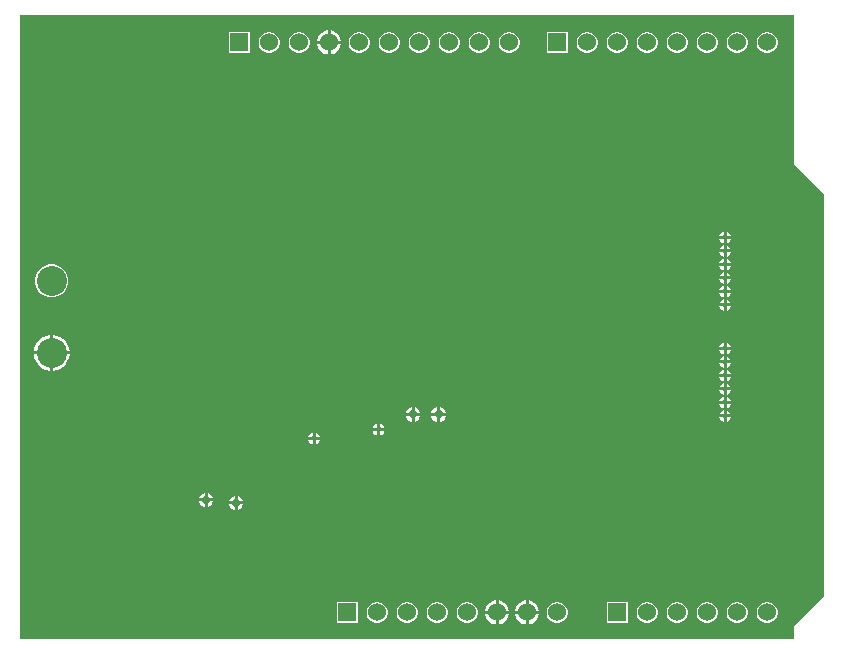
<source format=gbl>
G04*
G04 #@! TF.GenerationSoftware,Altium Limited,Altium Designer,22.10.1 (41)*
G04*
G04 Layer_Physical_Order=2*
G04 Layer_Color=16711680*
%FSLAX44Y44*%
%MOMM*%
G71*
G04*
G04 #@! TF.SameCoordinates,1ED68049-6446-41C4-8790-5122A1232E00*
G04*
G04*
G04 #@! TF.FilePolarity,Positive*
G04*
G01*
G75*
%ADD21C,1.5240*%
%ADD22R,1.5240X1.5240*%
%ADD23C,2.5400*%
%ADD24C,0.5080*%
%ADD25C,0.7112*%
G36*
X657810Y406400D02*
X658008Y405409D01*
X658569Y404569D01*
X683210Y379927D01*
Y39173D01*
X658569Y14531D01*
X658008Y13691D01*
X657810Y12700D01*
Y2590D01*
X2590D01*
Y530860D01*
X657810D01*
Y406400D01*
D02*
G37*
%LPC*%
G36*
X265498Y518160D02*
X265430D01*
Y509270D01*
X274320D01*
Y509338D01*
X273628Y511922D01*
X272290Y514238D01*
X270398Y516130D01*
X268082Y517468D01*
X265498Y518160D01*
D02*
G37*
G36*
X262890D02*
X262822D01*
X260238Y517468D01*
X257922Y516130D01*
X256030Y514238D01*
X254692Y511922D01*
X254000Y509338D01*
Y509270D01*
X262890D01*
Y518160D01*
D02*
G37*
G36*
X636170Y516890D02*
X633830D01*
X631569Y516284D01*
X629541Y515114D01*
X627886Y513459D01*
X626716Y511431D01*
X626110Y509170D01*
Y506830D01*
X626716Y504569D01*
X627886Y502541D01*
X629541Y500886D01*
X631569Y499716D01*
X633830Y499110D01*
X636170D01*
X638431Y499716D01*
X640459Y500886D01*
X642114Y502541D01*
X643284Y504569D01*
X643890Y506830D01*
Y509170D01*
X643284Y511431D01*
X642114Y513459D01*
X640459Y515114D01*
X638431Y516284D01*
X636170Y516890D01*
D02*
G37*
G36*
X610770D02*
X608430D01*
X606169Y516284D01*
X604141Y515114D01*
X602486Y513459D01*
X601316Y511431D01*
X600710Y509170D01*
Y506830D01*
X601316Y504569D01*
X602486Y502541D01*
X604141Y500886D01*
X606169Y499716D01*
X608430Y499110D01*
X610770D01*
X613031Y499716D01*
X615059Y500886D01*
X616714Y502541D01*
X617884Y504569D01*
X618490Y506830D01*
Y509170D01*
X617884Y511431D01*
X616714Y513459D01*
X615059Y515114D01*
X613031Y516284D01*
X610770Y516890D01*
D02*
G37*
G36*
X585370D02*
X583030D01*
X580769Y516284D01*
X578741Y515114D01*
X577086Y513459D01*
X575916Y511431D01*
X575310Y509170D01*
Y506830D01*
X575916Y504569D01*
X577086Y502541D01*
X578741Y500886D01*
X580769Y499716D01*
X583030Y499110D01*
X585370D01*
X587631Y499716D01*
X589659Y500886D01*
X591314Y502541D01*
X592484Y504569D01*
X593090Y506830D01*
Y509170D01*
X592484Y511431D01*
X591314Y513459D01*
X589659Y515114D01*
X587631Y516284D01*
X585370Y516890D01*
D02*
G37*
G36*
X559970D02*
X557630D01*
X555369Y516284D01*
X553341Y515114D01*
X551686Y513459D01*
X550516Y511431D01*
X549910Y509170D01*
Y506830D01*
X550516Y504569D01*
X551686Y502541D01*
X553341Y500886D01*
X555369Y499716D01*
X557630Y499110D01*
X559970D01*
X562231Y499716D01*
X564259Y500886D01*
X565914Y502541D01*
X567084Y504569D01*
X567690Y506830D01*
Y509170D01*
X567084Y511431D01*
X565914Y513459D01*
X564259Y515114D01*
X562231Y516284D01*
X559970Y516890D01*
D02*
G37*
G36*
X534570D02*
X532230D01*
X529969Y516284D01*
X527941Y515114D01*
X526286Y513459D01*
X525116Y511431D01*
X524510Y509170D01*
Y506830D01*
X525116Y504569D01*
X526286Y502541D01*
X527941Y500886D01*
X529969Y499716D01*
X532230Y499110D01*
X534570D01*
X536831Y499716D01*
X538859Y500886D01*
X540514Y502541D01*
X541684Y504569D01*
X542290Y506830D01*
Y509170D01*
X541684Y511431D01*
X540514Y513459D01*
X538859Y515114D01*
X536831Y516284D01*
X534570Y516890D01*
D02*
G37*
G36*
X509170D02*
X506830D01*
X504569Y516284D01*
X502541Y515114D01*
X500886Y513459D01*
X499716Y511431D01*
X499110Y509170D01*
Y506830D01*
X499716Y504569D01*
X500886Y502541D01*
X502541Y500886D01*
X504569Y499716D01*
X506830Y499110D01*
X509170D01*
X511431Y499716D01*
X513459Y500886D01*
X515114Y502541D01*
X516284Y504569D01*
X516890Y506830D01*
Y509170D01*
X516284Y511431D01*
X515114Y513459D01*
X513459Y515114D01*
X511431Y516284D01*
X509170Y516890D01*
D02*
G37*
G36*
X483770D02*
X481430D01*
X479169Y516284D01*
X477141Y515114D01*
X475486Y513459D01*
X474316Y511431D01*
X473710Y509170D01*
Y506830D01*
X474316Y504569D01*
X475486Y502541D01*
X477141Y500886D01*
X479169Y499716D01*
X481430Y499110D01*
X483770D01*
X486031Y499716D01*
X488059Y500886D01*
X489714Y502541D01*
X490884Y504569D01*
X491490Y506830D01*
Y509170D01*
X490884Y511431D01*
X489714Y513459D01*
X488059Y515114D01*
X486031Y516284D01*
X483770Y516890D01*
D02*
G37*
G36*
X466090D02*
X448310D01*
Y499110D01*
X466090D01*
Y516890D01*
D02*
G37*
G36*
X417730D02*
X415390D01*
X413129Y516284D01*
X411101Y515114D01*
X409446Y513459D01*
X408276Y511431D01*
X407670Y509170D01*
Y506830D01*
X408276Y504569D01*
X409446Y502541D01*
X411101Y500886D01*
X413129Y499716D01*
X415390Y499110D01*
X417730D01*
X419991Y499716D01*
X422019Y500886D01*
X423674Y502541D01*
X424844Y504569D01*
X425450Y506830D01*
Y509170D01*
X424844Y511431D01*
X423674Y513459D01*
X422019Y515114D01*
X419991Y516284D01*
X417730Y516890D01*
D02*
G37*
G36*
X392330D02*
X389990D01*
X387729Y516284D01*
X385701Y515114D01*
X384046Y513459D01*
X382876Y511431D01*
X382270Y509170D01*
Y506830D01*
X382876Y504569D01*
X384046Y502541D01*
X385701Y500886D01*
X387729Y499716D01*
X389990Y499110D01*
X392330D01*
X394591Y499716D01*
X396619Y500886D01*
X398274Y502541D01*
X399444Y504569D01*
X400050Y506830D01*
Y509170D01*
X399444Y511431D01*
X398274Y513459D01*
X396619Y515114D01*
X394591Y516284D01*
X392330Y516890D01*
D02*
G37*
G36*
X366930D02*
X364590D01*
X362329Y516284D01*
X360301Y515114D01*
X358646Y513459D01*
X357476Y511431D01*
X356870Y509170D01*
Y506830D01*
X357476Y504569D01*
X358646Y502541D01*
X360301Y500886D01*
X362329Y499716D01*
X364590Y499110D01*
X366930D01*
X369191Y499716D01*
X371219Y500886D01*
X372874Y502541D01*
X374044Y504569D01*
X374650Y506830D01*
Y509170D01*
X374044Y511431D01*
X372874Y513459D01*
X371219Y515114D01*
X369191Y516284D01*
X366930Y516890D01*
D02*
G37*
G36*
X341530D02*
X339190D01*
X336929Y516284D01*
X334901Y515114D01*
X333246Y513459D01*
X332076Y511431D01*
X331470Y509170D01*
Y506830D01*
X332076Y504569D01*
X333246Y502541D01*
X334901Y500886D01*
X336929Y499716D01*
X339190Y499110D01*
X341530D01*
X343791Y499716D01*
X345819Y500886D01*
X347474Y502541D01*
X348644Y504569D01*
X349250Y506830D01*
Y509170D01*
X348644Y511431D01*
X347474Y513459D01*
X345819Y515114D01*
X343791Y516284D01*
X341530Y516890D01*
D02*
G37*
G36*
X316130D02*
X313790D01*
X311529Y516284D01*
X309501Y515114D01*
X307846Y513459D01*
X306676Y511431D01*
X306070Y509170D01*
Y506830D01*
X306676Y504569D01*
X307846Y502541D01*
X309501Y500886D01*
X311529Y499716D01*
X313790Y499110D01*
X316130D01*
X318391Y499716D01*
X320419Y500886D01*
X322074Y502541D01*
X323244Y504569D01*
X323850Y506830D01*
Y509170D01*
X323244Y511431D01*
X322074Y513459D01*
X320419Y515114D01*
X318391Y516284D01*
X316130Y516890D01*
D02*
G37*
G36*
X290730D02*
X288390D01*
X286129Y516284D01*
X284101Y515114D01*
X282446Y513459D01*
X281276Y511431D01*
X280670Y509170D01*
Y506830D01*
X281276Y504569D01*
X282446Y502541D01*
X284101Y500886D01*
X286129Y499716D01*
X288390Y499110D01*
X290730D01*
X292991Y499716D01*
X295019Y500886D01*
X296674Y502541D01*
X297844Y504569D01*
X298450Y506830D01*
Y509170D01*
X297844Y511431D01*
X296674Y513459D01*
X295019Y515114D01*
X292991Y516284D01*
X290730Y516890D01*
D02*
G37*
G36*
X239930D02*
X237590D01*
X235329Y516284D01*
X233301Y515114D01*
X231646Y513459D01*
X230476Y511431D01*
X229870Y509170D01*
Y506830D01*
X230476Y504569D01*
X231646Y502541D01*
X233301Y500886D01*
X235329Y499716D01*
X237590Y499110D01*
X239930D01*
X242191Y499716D01*
X244219Y500886D01*
X245874Y502541D01*
X247044Y504569D01*
X247650Y506830D01*
Y509170D01*
X247044Y511431D01*
X245874Y513459D01*
X244219Y515114D01*
X242191Y516284D01*
X239930Y516890D01*
D02*
G37*
G36*
X214530D02*
X212190D01*
X209929Y516284D01*
X207901Y515114D01*
X206246Y513459D01*
X205076Y511431D01*
X204470Y509170D01*
Y506830D01*
X205076Y504569D01*
X206246Y502541D01*
X207901Y500886D01*
X209929Y499716D01*
X212190Y499110D01*
X214530D01*
X216791Y499716D01*
X218819Y500886D01*
X220474Y502541D01*
X221644Y504569D01*
X222250Y506830D01*
Y509170D01*
X221644Y511431D01*
X220474Y513459D01*
X218819Y515114D01*
X216791Y516284D01*
X214530Y516890D01*
D02*
G37*
G36*
X196850D02*
X179070D01*
Y499110D01*
X196850D01*
Y516890D01*
D02*
G37*
G36*
X274320Y506730D02*
X265430D01*
Y497840D01*
X265498D01*
X268082Y498532D01*
X270398Y499870D01*
X272290Y501762D01*
X273628Y504078D01*
X274320Y506662D01*
Y506730D01*
D02*
G37*
G36*
X262890D02*
X254000D01*
Y506662D01*
X254692Y504078D01*
X256030Y501762D01*
X257922Y499870D01*
X260238Y498532D01*
X262822Y497840D01*
X262890D01*
Y506730D01*
D02*
G37*
G36*
X600710Y347873D02*
Y344170D01*
X604412D01*
X603747Y345778D01*
X602318Y347207D01*
X600710Y347873D01*
D02*
G37*
G36*
X598170D02*
X596562Y347207D01*
X595133Y345778D01*
X594468Y344170D01*
X598170D01*
Y347873D01*
D02*
G37*
G36*
X604412Y341630D02*
X600710D01*
Y337928D01*
X602318Y338593D01*
X603747Y340022D01*
X604412Y341630D01*
D02*
G37*
G36*
X598170D02*
X594468D01*
X595133Y340022D01*
X596562Y338593D01*
X598170Y337928D01*
Y341630D01*
D02*
G37*
G36*
X600710Y336442D02*
Y332740D01*
X604412D01*
X603747Y334348D01*
X602318Y335777D01*
X600710Y336442D01*
D02*
G37*
G36*
X598170D02*
X596562Y335777D01*
X595133Y334348D01*
X594468Y332740D01*
X598170D01*
Y336442D01*
D02*
G37*
G36*
X604412Y330200D02*
X600710D01*
Y326497D01*
X602318Y327163D01*
X603747Y328592D01*
X604412Y330200D01*
D02*
G37*
G36*
X598170D02*
X594468D01*
X595133Y328592D01*
X596562Y327163D01*
X598170Y326497D01*
Y330200D01*
D02*
G37*
G36*
X600710Y325013D02*
Y321310D01*
X604412D01*
X603747Y322918D01*
X602318Y324347D01*
X600710Y325013D01*
D02*
G37*
G36*
X598170D02*
X596562Y324347D01*
X595133Y322918D01*
X594468Y321310D01*
X598170D01*
Y325013D01*
D02*
G37*
G36*
X604412Y318770D02*
X600710D01*
Y315068D01*
X602318Y315733D01*
X603747Y317162D01*
X604412Y318770D01*
D02*
G37*
G36*
X598170D02*
X594468D01*
X595133Y317162D01*
X596562Y315733D01*
X598170Y315068D01*
Y318770D01*
D02*
G37*
G36*
X600710Y313582D02*
Y309880D01*
X604412D01*
X603747Y311488D01*
X602318Y312917D01*
X600710Y313582D01*
D02*
G37*
G36*
X598170D02*
X596562Y312917D01*
X595133Y311488D01*
X594468Y309880D01*
X598170D01*
Y313582D01*
D02*
G37*
G36*
X604412Y307340D02*
X600710D01*
Y303638D01*
X602318Y304303D01*
X603747Y305732D01*
X604412Y307340D01*
D02*
G37*
G36*
X598170D02*
X594468D01*
X595133Y305732D01*
X596562Y304303D01*
X598170Y303638D01*
Y307340D01*
D02*
G37*
G36*
X600710Y302153D02*
Y298450D01*
X604412D01*
X603747Y300058D01*
X602318Y301487D01*
X600710Y302153D01*
D02*
G37*
G36*
X598170D02*
X596562Y301487D01*
X595133Y300058D01*
X594468Y298450D01*
X598170D01*
Y302153D01*
D02*
G37*
G36*
X604412Y295910D02*
X600710D01*
Y292208D01*
X602318Y292873D01*
X603747Y294302D01*
X604412Y295910D01*
D02*
G37*
G36*
X598170D02*
X594468D01*
X595133Y294302D01*
X596562Y292873D01*
X598170Y292208D01*
Y295910D01*
D02*
G37*
G36*
X31049Y320040D02*
X27371D01*
X23818Y319088D01*
X20632Y317249D01*
X18031Y314648D01*
X16192Y311462D01*
X15240Y307909D01*
Y304231D01*
X16192Y300678D01*
X18031Y297492D01*
X20632Y294891D01*
X23818Y293052D01*
X27371Y292100D01*
X31049D01*
X34602Y293052D01*
X37788Y294891D01*
X40389Y297492D01*
X42228Y300678D01*
X43180Y304231D01*
Y307909D01*
X42228Y311462D01*
X40389Y314648D01*
X37788Y317249D01*
X34602Y319088D01*
X31049Y320040D01*
D02*
G37*
G36*
X600710Y290723D02*
Y287020D01*
X604412D01*
X603747Y288628D01*
X602318Y290057D01*
X600710Y290723D01*
D02*
G37*
G36*
X598170D02*
X596562Y290057D01*
X595133Y288628D01*
X594468Y287020D01*
X598170D01*
Y290723D01*
D02*
G37*
G36*
X604412Y284480D02*
X600710D01*
Y280777D01*
X602318Y281443D01*
X603747Y282872D01*
X604412Y284480D01*
D02*
G37*
G36*
X598170D02*
X594468D01*
X595133Y282872D01*
X596562Y281443D01*
X598170Y280777D01*
Y284480D01*
D02*
G37*
G36*
X600710Y253892D02*
Y250190D01*
X604412D01*
X603747Y251798D01*
X602318Y253227D01*
X600710Y253892D01*
D02*
G37*
G36*
X598170D02*
X596562Y253227D01*
X595133Y251798D01*
X594468Y250190D01*
X598170D01*
Y253892D01*
D02*
G37*
G36*
X30711Y260350D02*
X30480D01*
Y246380D01*
X44450D01*
Y246611D01*
X43864Y249555D01*
X42716Y252329D01*
X41048Y254825D01*
X38925Y256948D01*
X36429Y258615D01*
X33655Y259764D01*
X30711Y260350D01*
D02*
G37*
G36*
X27940D02*
X27709D01*
X24765Y259764D01*
X21991Y258615D01*
X19495Y256948D01*
X17372Y254825D01*
X15704Y252329D01*
X14556Y249555D01*
X13970Y246611D01*
Y246380D01*
X27940D01*
Y260350D01*
D02*
G37*
G36*
X604412Y247650D02*
X600710D01*
Y243948D01*
X602318Y244613D01*
X603747Y246042D01*
X604412Y247650D01*
D02*
G37*
G36*
X598170D02*
X594468D01*
X595133Y246042D01*
X596562Y244613D01*
X598170Y243948D01*
Y247650D01*
D02*
G37*
G36*
X600710Y242463D02*
Y238760D01*
X604412D01*
X603747Y240368D01*
X602318Y241797D01*
X600710Y242463D01*
D02*
G37*
G36*
X598170D02*
X596562Y241797D01*
X595133Y240368D01*
X594468Y238760D01*
X598170D01*
Y242463D01*
D02*
G37*
G36*
X604412Y236220D02*
X600710D01*
Y232518D01*
X602318Y233183D01*
X603747Y234612D01*
X604412Y236220D01*
D02*
G37*
G36*
X598170D02*
X594468D01*
X595133Y234612D01*
X596562Y233183D01*
X598170Y232518D01*
Y236220D01*
D02*
G37*
G36*
X44450Y243840D02*
X30480D01*
Y229870D01*
X30711D01*
X33655Y230456D01*
X36429Y231604D01*
X38925Y233272D01*
X41048Y235395D01*
X42716Y237891D01*
X43864Y240665D01*
X44450Y243609D01*
Y243840D01*
D02*
G37*
G36*
X27940D02*
X13970D01*
Y243609D01*
X14556Y240665D01*
X15704Y237891D01*
X17372Y235395D01*
X19495Y233272D01*
X21991Y231604D01*
X24765Y230456D01*
X27709Y229870D01*
X27940D01*
Y243840D01*
D02*
G37*
G36*
X600710Y231033D02*
Y227330D01*
X604412D01*
X603747Y228938D01*
X602318Y230367D01*
X600710Y231033D01*
D02*
G37*
G36*
X598170D02*
X596562Y230367D01*
X595133Y228938D01*
X594468Y227330D01*
X598170D01*
Y231033D01*
D02*
G37*
G36*
X604412Y224790D02*
X600710D01*
Y221087D01*
X602318Y221753D01*
X603747Y223182D01*
X604412Y224790D01*
D02*
G37*
G36*
X598170D02*
X594468D01*
X595133Y223182D01*
X596562Y221753D01*
X598170Y221087D01*
Y224790D01*
D02*
G37*
G36*
X600710Y219603D02*
Y215900D01*
X604412D01*
X603747Y217508D01*
X602318Y218937D01*
X600710Y219603D01*
D02*
G37*
G36*
X598170D02*
X596562Y218937D01*
X595133Y217508D01*
X594468Y215900D01*
X598170D01*
Y219603D01*
D02*
G37*
G36*
X604412Y213360D02*
X600710D01*
Y209657D01*
X602318Y210323D01*
X603747Y211752D01*
X604412Y213360D01*
D02*
G37*
G36*
X598170D02*
X594468D01*
X595133Y211752D01*
X596562Y210323D01*
X598170Y209657D01*
Y213360D01*
D02*
G37*
G36*
X600710Y208172D02*
Y204470D01*
X604412D01*
X603747Y206078D01*
X602318Y207507D01*
X600710Y208172D01*
D02*
G37*
G36*
X598170D02*
X596562Y207507D01*
X595133Y206078D01*
X594468Y204470D01*
X598170D01*
Y208172D01*
D02*
G37*
G36*
X604412Y201930D02*
X600710D01*
Y198228D01*
X602318Y198893D01*
X603747Y200322D01*
X604412Y201930D01*
D02*
G37*
G36*
X598170D02*
X594468D01*
X595133Y200322D01*
X596562Y198893D01*
X598170Y198228D01*
Y201930D01*
D02*
G37*
G36*
X358140Y199112D02*
Y194310D01*
X362942D01*
X362038Y196493D01*
X360323Y198208D01*
X358140Y199112D01*
D02*
G37*
G36*
X355600D02*
X353417Y198208D01*
X351702Y196493D01*
X350798Y194310D01*
X355600D01*
Y199112D01*
D02*
G37*
G36*
X336550D02*
Y194310D01*
X341352D01*
X340448Y196493D01*
X338733Y198208D01*
X336550Y199112D01*
D02*
G37*
G36*
X334010D02*
X331827Y198208D01*
X330112Y196493D01*
X329208Y194310D01*
X334010D01*
Y199112D01*
D02*
G37*
G36*
X600710Y196742D02*
Y193040D01*
X604412D01*
X603747Y194648D01*
X602318Y196077D01*
X600710Y196742D01*
D02*
G37*
G36*
X598170D02*
X596562Y196077D01*
X595133Y194648D01*
X594468Y193040D01*
X598170D01*
Y196742D01*
D02*
G37*
G36*
X362942Y191770D02*
X358140D01*
Y186968D01*
X360323Y187872D01*
X362038Y189587D01*
X362942Y191770D01*
D02*
G37*
G36*
X355600D02*
X350798D01*
X351702Y189587D01*
X353417Y187872D01*
X355600Y186968D01*
Y191770D01*
D02*
G37*
G36*
X341352D02*
X336550D01*
Y186968D01*
X338733Y187872D01*
X340448Y189587D01*
X341352Y191770D01*
D02*
G37*
G36*
X334010D02*
X329208D01*
X330112Y189587D01*
X331827Y187872D01*
X334010Y186968D01*
Y191770D01*
D02*
G37*
G36*
X604412Y190500D02*
X600710D01*
Y186798D01*
X602318Y187463D01*
X603747Y188892D01*
X604412Y190500D01*
D02*
G37*
G36*
X598170D02*
X594468D01*
X595133Y188892D01*
X596562Y187463D01*
X598170Y186798D01*
Y190500D01*
D02*
G37*
G36*
X307340Y185312D02*
Y181610D01*
X311042D01*
X310377Y183218D01*
X308948Y184647D01*
X307340Y185312D01*
D02*
G37*
G36*
X304800D02*
X303192Y184647D01*
X301763Y183218D01*
X301098Y181610D01*
X304800D01*
Y185312D01*
D02*
G37*
G36*
X311042Y179070D02*
X307340D01*
Y175368D01*
X308948Y176033D01*
X310377Y177462D01*
X311042Y179070D01*
D02*
G37*
G36*
X304800D02*
X301098D01*
X301763Y177462D01*
X303192Y176033D01*
X304800Y175368D01*
Y179070D01*
D02*
G37*
G36*
X252730Y177693D02*
Y173990D01*
X256432D01*
X255767Y175598D01*
X254338Y177027D01*
X252730Y177693D01*
D02*
G37*
G36*
X250190D02*
X248582Y177027D01*
X247153Y175598D01*
X246488Y173990D01*
X250190D01*
Y177693D01*
D02*
G37*
G36*
X256432Y171450D02*
X252730D01*
Y167747D01*
X254338Y168413D01*
X255767Y169842D01*
X256432Y171450D01*
D02*
G37*
G36*
X250190D02*
X246488D01*
X247153Y169842D01*
X248582Y168413D01*
X250190Y167747D01*
Y171450D01*
D02*
G37*
G36*
X161290Y126722D02*
Y121920D01*
X166092D01*
X165188Y124103D01*
X163473Y125818D01*
X161290Y126722D01*
D02*
G37*
G36*
X158750D02*
X156567Y125818D01*
X154852Y124103D01*
X153948Y121920D01*
X158750D01*
Y126722D01*
D02*
G37*
G36*
X186690Y124182D02*
Y119380D01*
X191492D01*
X190588Y121563D01*
X188873Y123278D01*
X186690Y124182D01*
D02*
G37*
G36*
X184150D02*
X181967Y123278D01*
X180252Y121563D01*
X179348Y119380D01*
X184150D01*
Y124182D01*
D02*
G37*
G36*
X166092Y119380D02*
X161290D01*
Y114578D01*
X163473Y115482D01*
X165188Y117197D01*
X166092Y119380D01*
D02*
G37*
G36*
X158750D02*
X153948D01*
X154852Y117197D01*
X156567Y115482D01*
X158750Y114578D01*
Y119380D01*
D02*
G37*
G36*
X191492Y116840D02*
X186690D01*
Y112038D01*
X188873Y112942D01*
X190588Y114657D01*
X191492Y116840D01*
D02*
G37*
G36*
X184150D02*
X179348D01*
X180252Y114657D01*
X181967Y112942D01*
X184150Y112038D01*
Y116840D01*
D02*
G37*
G36*
X433138Y35560D02*
X433070D01*
Y26670D01*
X441960D01*
Y26738D01*
X441268Y29322D01*
X439930Y31638D01*
X438038Y33530D01*
X435722Y34868D01*
X433138Y35560D01*
D02*
G37*
G36*
X430530D02*
X430462D01*
X427878Y34868D01*
X425562Y33530D01*
X423670Y31638D01*
X422332Y29322D01*
X421640Y26738D01*
Y26670D01*
X430530D01*
Y35560D01*
D02*
G37*
G36*
X407738D02*
X407670D01*
Y26670D01*
X416560D01*
Y26738D01*
X415868Y29322D01*
X414530Y31638D01*
X412638Y33530D01*
X410322Y34868D01*
X407738Y35560D01*
D02*
G37*
G36*
X405130D02*
X405062D01*
X402478Y34868D01*
X400162Y33530D01*
X398270Y31638D01*
X396932Y29322D01*
X396240Y26738D01*
Y26670D01*
X405130D01*
Y35560D01*
D02*
G37*
G36*
X636170Y34290D02*
X633830D01*
X631569Y33684D01*
X629541Y32514D01*
X627886Y30859D01*
X626716Y28831D01*
X626110Y26570D01*
Y24230D01*
X626716Y21969D01*
X627886Y19941D01*
X629541Y18286D01*
X631569Y17116D01*
X633830Y16510D01*
X636170D01*
X638431Y17116D01*
X640459Y18286D01*
X642114Y19941D01*
X643284Y21969D01*
X643890Y24230D01*
Y26570D01*
X643284Y28831D01*
X642114Y30859D01*
X640459Y32514D01*
X638431Y33684D01*
X636170Y34290D01*
D02*
G37*
G36*
X610770D02*
X608430D01*
X606169Y33684D01*
X604141Y32514D01*
X602486Y30859D01*
X601316Y28831D01*
X600710Y26570D01*
Y24230D01*
X601316Y21969D01*
X602486Y19941D01*
X604141Y18286D01*
X606169Y17116D01*
X608430Y16510D01*
X610770D01*
X613031Y17116D01*
X615059Y18286D01*
X616714Y19941D01*
X617884Y21969D01*
X618490Y24230D01*
Y26570D01*
X617884Y28831D01*
X616714Y30859D01*
X615059Y32514D01*
X613031Y33684D01*
X610770Y34290D01*
D02*
G37*
G36*
X585370D02*
X583030D01*
X580769Y33684D01*
X578741Y32514D01*
X577086Y30859D01*
X575916Y28831D01*
X575310Y26570D01*
Y24230D01*
X575916Y21969D01*
X577086Y19941D01*
X578741Y18286D01*
X580769Y17116D01*
X583030Y16510D01*
X585370D01*
X587631Y17116D01*
X589659Y18286D01*
X591314Y19941D01*
X592484Y21969D01*
X593090Y24230D01*
Y26570D01*
X592484Y28831D01*
X591314Y30859D01*
X589659Y32514D01*
X587631Y33684D01*
X585370Y34290D01*
D02*
G37*
G36*
X559970D02*
X557630D01*
X555369Y33684D01*
X553341Y32514D01*
X551686Y30859D01*
X550516Y28831D01*
X549910Y26570D01*
Y24230D01*
X550516Y21969D01*
X551686Y19941D01*
X553341Y18286D01*
X555369Y17116D01*
X557630Y16510D01*
X559970D01*
X562231Y17116D01*
X564259Y18286D01*
X565914Y19941D01*
X567084Y21969D01*
X567690Y24230D01*
Y26570D01*
X567084Y28831D01*
X565914Y30859D01*
X564259Y32514D01*
X562231Y33684D01*
X559970Y34290D01*
D02*
G37*
G36*
X534570D02*
X532230D01*
X529969Y33684D01*
X527941Y32514D01*
X526286Y30859D01*
X525116Y28831D01*
X524510Y26570D01*
Y24230D01*
X525116Y21969D01*
X526286Y19941D01*
X527941Y18286D01*
X529969Y17116D01*
X532230Y16510D01*
X534570D01*
X536831Y17116D01*
X538859Y18286D01*
X540514Y19941D01*
X541684Y21969D01*
X542290Y24230D01*
Y26570D01*
X541684Y28831D01*
X540514Y30859D01*
X538859Y32514D01*
X536831Y33684D01*
X534570Y34290D01*
D02*
G37*
G36*
X516890D02*
X499110D01*
Y16510D01*
X516890D01*
Y34290D01*
D02*
G37*
G36*
X458370D02*
X456030D01*
X453769Y33684D01*
X451741Y32514D01*
X450086Y30859D01*
X448916Y28831D01*
X448310Y26570D01*
Y24230D01*
X448916Y21969D01*
X450086Y19941D01*
X451741Y18286D01*
X453769Y17116D01*
X456030Y16510D01*
X458370D01*
X460631Y17116D01*
X462659Y18286D01*
X464314Y19941D01*
X465484Y21969D01*
X466090Y24230D01*
Y26570D01*
X465484Y28831D01*
X464314Y30859D01*
X462659Y32514D01*
X460631Y33684D01*
X458370Y34290D01*
D02*
G37*
G36*
X382170D02*
X379830D01*
X377569Y33684D01*
X375541Y32514D01*
X373886Y30859D01*
X372716Y28831D01*
X372110Y26570D01*
Y24230D01*
X372716Y21969D01*
X373886Y19941D01*
X375541Y18286D01*
X377569Y17116D01*
X379830Y16510D01*
X382170D01*
X384431Y17116D01*
X386459Y18286D01*
X388114Y19941D01*
X389284Y21969D01*
X389890Y24230D01*
Y26570D01*
X389284Y28831D01*
X388114Y30859D01*
X386459Y32514D01*
X384431Y33684D01*
X382170Y34290D01*
D02*
G37*
G36*
X356770D02*
X354430D01*
X352169Y33684D01*
X350141Y32514D01*
X348486Y30859D01*
X347316Y28831D01*
X346710Y26570D01*
Y24230D01*
X347316Y21969D01*
X348486Y19941D01*
X350141Y18286D01*
X352169Y17116D01*
X354430Y16510D01*
X356770D01*
X359031Y17116D01*
X361059Y18286D01*
X362714Y19941D01*
X363884Y21969D01*
X364490Y24230D01*
Y26570D01*
X363884Y28831D01*
X362714Y30859D01*
X361059Y32514D01*
X359031Y33684D01*
X356770Y34290D01*
D02*
G37*
G36*
X331370D02*
X329030D01*
X326769Y33684D01*
X324741Y32514D01*
X323086Y30859D01*
X321916Y28831D01*
X321310Y26570D01*
Y24230D01*
X321916Y21969D01*
X323086Y19941D01*
X324741Y18286D01*
X326769Y17116D01*
X329030Y16510D01*
X331370D01*
X333631Y17116D01*
X335659Y18286D01*
X337314Y19941D01*
X338484Y21969D01*
X339090Y24230D01*
Y26570D01*
X338484Y28831D01*
X337314Y30859D01*
X335659Y32514D01*
X333631Y33684D01*
X331370Y34290D01*
D02*
G37*
G36*
X305970D02*
X303630D01*
X301369Y33684D01*
X299341Y32514D01*
X297686Y30859D01*
X296516Y28831D01*
X295910Y26570D01*
Y24230D01*
X296516Y21969D01*
X297686Y19941D01*
X299341Y18286D01*
X301369Y17116D01*
X303630Y16510D01*
X305970D01*
X308231Y17116D01*
X310259Y18286D01*
X311914Y19941D01*
X313084Y21969D01*
X313690Y24230D01*
Y26570D01*
X313084Y28831D01*
X311914Y30859D01*
X310259Y32514D01*
X308231Y33684D01*
X305970Y34290D01*
D02*
G37*
G36*
X288290D02*
X270510D01*
Y16510D01*
X288290D01*
Y34290D01*
D02*
G37*
G36*
X441960Y24130D02*
X433070D01*
Y15240D01*
X433138D01*
X435722Y15932D01*
X438038Y17270D01*
X439930Y19162D01*
X441268Y21478D01*
X441960Y24062D01*
Y24130D01*
D02*
G37*
G36*
X430530D02*
X421640D01*
Y24062D01*
X422332Y21478D01*
X423670Y19162D01*
X425562Y17270D01*
X427878Y15932D01*
X430462Y15240D01*
X430530D01*
Y24130D01*
D02*
G37*
G36*
X416560D02*
X407670D01*
Y15240D01*
X407738D01*
X410322Y15932D01*
X412638Y17270D01*
X414530Y19162D01*
X415868Y21478D01*
X416560Y24062D01*
Y24130D01*
D02*
G37*
G36*
X405130D02*
X396240D01*
Y24062D01*
X396932Y21478D01*
X398270Y19162D01*
X400162Y17270D01*
X402478Y15932D01*
X405062Y15240D01*
X405130D01*
Y24130D01*
D02*
G37*
%LPD*%
D21*
X213360Y508000D02*
D03*
X238760D02*
D03*
X264160D02*
D03*
X289560D02*
D03*
X391160D02*
D03*
X416560D02*
D03*
X340360D02*
D03*
X365760D02*
D03*
X314960D02*
D03*
X482600D02*
D03*
X508000D02*
D03*
X533400D02*
D03*
X558800D02*
D03*
X609600D02*
D03*
X635000D02*
D03*
X584200D02*
D03*
X635000Y25400D02*
D03*
X609600D02*
D03*
X584200D02*
D03*
X558800D02*
D03*
X533400D02*
D03*
X304800D02*
D03*
X330200D02*
D03*
X355600D02*
D03*
X381000D02*
D03*
X431800D02*
D03*
X457200D02*
D03*
X406400D02*
D03*
D22*
X187960Y508000D02*
D03*
X457200D02*
D03*
X508000Y25400D02*
D03*
X279400D02*
D03*
D23*
X29210Y245110D02*
D03*
Y306070D02*
D03*
D24*
X251460Y172720D02*
D03*
X306070Y180340D02*
D03*
X599440Y237490D02*
D03*
Y226060D02*
D03*
Y214630D02*
D03*
Y191770D02*
D03*
Y203200D02*
D03*
Y248920D02*
D03*
Y285750D02*
D03*
Y297180D02*
D03*
Y308610D02*
D03*
Y320040D02*
D03*
Y331470D02*
D03*
Y342900D02*
D03*
D25*
X356870Y193040D02*
D03*
X335280D02*
D03*
X185420Y118110D02*
D03*
X160020Y120650D02*
D03*
M02*

</source>
